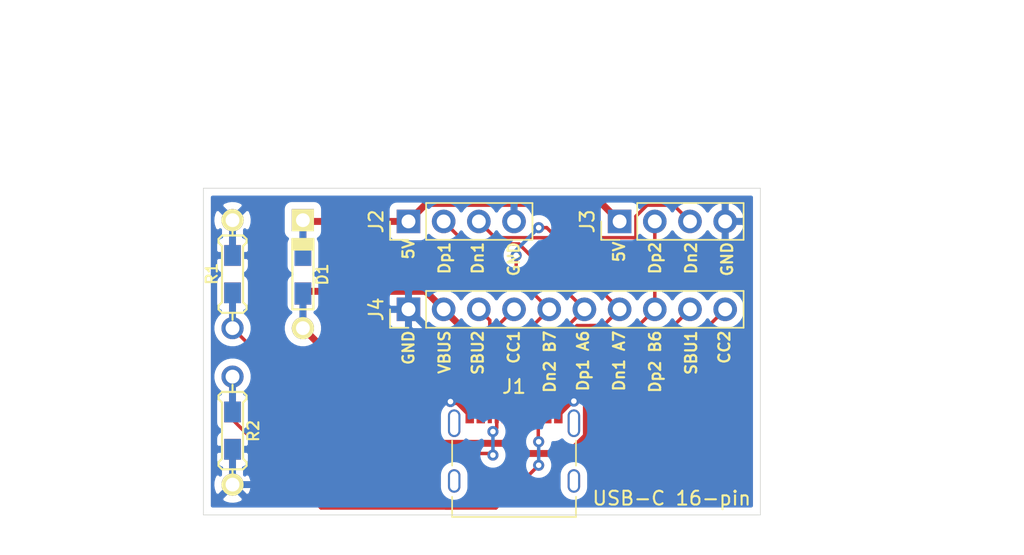
<source format=kicad_pcb>
(kicad_pcb (version 20211014) (generator pcbnew)
  (title_block (title "Connector USB-C 16-pin Soldering Practice Board") (date "2021-12-01"))
  (layers (0 "F.Cu" signal) (31 "B.Cu" signal) (34 "B.Paste" user) (35 "F.Paste" user) (36 "B.SilkS" user "B.Silkscreen") (37 "F.SilkS" user "F.Silkscreen") (38 "B.Mask" user) (39 "F.Mask" user) (44 "Edge.Cuts" user))
  (net 0 "")
  (net 1 "/VBUS")
  (net 2 "/5V")
  (net 3 "GND")
  (net 4 "/CC2")
  (net 5 "/B6")
  (net 6 "/SBU1")
  (net 7 "/CC1")
  (net 8 "/SBU2")
  (net 9 "/A7")
  (net 10 "/A6")
  (net 11 "/B7")
  (net 12 "Net-(J1-PadS1)")
  (footprint "Keebio-Parts:Diode-dual" (layer "F.Cu") (at 43.18 54.61 90)
    (fp_text reference "D1" (at -0.0254 1.4 90) (layer "F.SilkS") (effects (font (size 0.8 0.8))))
    (fp_text value "D" hide)
    (fp_line (start 1.778 0.762) (end 1.778 -0.762) (layer "F.SilkS") (width 0.15))
    (fp_line (start 2.54 -0.762) (end -2.54 -0.762) (layer "F.SilkS") (width 0.15))
    (fp_line (start 2.286 -0.762) (end 2.286 0.762) (layer "F.SilkS") (width 0.15))
    (fp_line (start -2.54 0.762) (end -2.032 0.762) (layer "F.SilkS") (width 0.15))
    (fp_line (start 2.413 0.762) (end 2.413 -0.762) (layer "F.SilkS") (width 0.15))
    (fp_line (start 2.54 0.762) (end 2.54 -0.762) (layer "F.SilkS") (width 0.15))
    (fp_line (start -2.54 -0.762) (end -2.54 0.762) (layer "F.SilkS") (width 0.15))
    (fp_line (start 1.905 0.762) (end 1.905 -0.762) (layer "F.SilkS") (width 0.15))
    (fp_line (start 2.032 -0.762) (end 2.032 0.762) (layer "F.SilkS") (width 0.15))
    (fp_line (start -2.54 0.762) (end 2.54 0.762) (layer "F.SilkS") (width 0.15))
    (fp_line (start 2.159 0.762) (end 2.159 -0.762) (layer "F.SilkS") (width 0.15))
    (pad "1" smd rect locked (at 1.4 0 90) (size 1.6 1.2) (layers "B.Cu" "B.Paste" "B.Mask") (net 2 "/5V"))
    (pad "1" smd rect locked (at 2.5 0 90) (size 2.9 0.5) (layers "B.Cu") (net 2 "/5V"))
    (pad "1" thru_hole rect locked (at 3.9 0 90) (size 1.6 1.6) (drill 1) (layers *.Cu *.Mask "F.SilkS") (net 2 "/5V"))
    (pad "1" smd rect locked (at 2.5 0 90) (size 2.9 0.5) (layers "F.Cu") (net 2 "/5V"))
    (pad "1" smd rect locked (at 1.4 0 90) (size 1.6 1.2) (layers "F.Cu" "F.Paste" "F.Mask") (net 2 "/5V"))
    (pad "2" smd rect locked (at -1.4 0 90) (size 1.6 1.2) (layers "F.Cu" "F.Paste" "F.Mask") (net 1 "/VBUS"))
    (pad "2" thru_hole circle locked (at -3.9 0 90) (size 1.6 1.6) (drill 1) (layers *.Cu *.Mask "F.SilkS") (net 1 "/VBUS"))
    (pad "2" smd rect locked (at -1.4 0 90) (size 1.6 1.2) (layers "B.Cu" "B.Paste" "B.Mask") (net 1 "/VBUS"))
    (pad "2" smd rect locked (at -2.5 0 90) (size 2.9 0.5) (layers "F.Cu") (net 1 "/VBUS"))
    (pad "2" smd rect locked (at -2.5 0 90) (size 2.9 0.5) (layers "B.Cu") (net 1 "/VBUS"))
  )
  (footprint "Connector_PinHeader_2.54mm:PinHeader_1x04_P2.54mm_Vertical" (layer "F.Cu") (at 50.8 50.8 90)
    (fp_text reference "J2" (at 0 -2.33 90) (layer "F.SilkS"))
    (fp_text value "Conn_01x04_Female")
    (fp_line (start -1.33 1.27) (end 1.33 1.27) (layer "F.SilkS") (width 0.12))
    (fp_line (start 1.33 1.27) (end 1.33 8.95) (layer "F.SilkS") (width 0.12))
    (fp_line (start -1.33 8.95) (end 1.33 8.95) (layer "F.SilkS") (width 0.12))
    (fp_line (start -1.33 -1.33) (end 0 -1.33) (layer "F.SilkS") (width 0.12))
    (fp_line (start -1.33 1.27) (end -1.33 8.95) (layer "F.SilkS") (width 0.12))
    (fp_line (start -1.33 0) (end -1.33 -1.33) (layer "F.SilkS") (width 0.12))
    (pad "1" thru_hole rect locked (at 0 0 90) (size 1.7 1.7) (drill 1) (layers *.Cu *.Mask) (net 2 "/5V"))
    (pad "2" thru_hole oval locked (at 0 2.54 90) (size 1.7 1.7) (drill 1) (layers *.Cu *.Mask) (net 10 "/A6"))
    (pad "3" thru_hole oval locked (at 0 5.08 90) (size 1.7 1.7) (drill 1) (layers *.Cu *.Mask) (net 9 "/A7"))
    (pad "4" thru_hole oval locked (at 0 7.62 90) (size 1.7 1.7) (drill 1) (layers *.Cu *.Mask) (net 3 "GND"))
  )
  (footprint "Connector_PinHeader_2.54mm:PinHeader_1x04_P2.54mm_Vertical" (layer "F.Cu") (at 66.04 50.8 90)
    (fp_text reference "J3" (at 0 -2.33 90) (layer "F.SilkS"))
    (fp_text value "Conn_01x04_Female")
    (fp_line (start -1.33 0) (end -1.33 -1.33) (layer "F.SilkS") (width 0.12))
    (fp_line (start -1.33 8.95) (end 1.33 8.95) (layer "F.SilkS") (width 0.12))
    (fp_line (start -1.33 1.27) (end 1.33 1.27) (layer "F.SilkS") (width 0.12))
    (fp_line (start 1.33 1.27) (end 1.33 8.95) (layer "F.SilkS") (width 0.12))
    (fp_line (start -1.33 1.27) (end -1.33 8.95) (layer "F.SilkS") (width 0.12))
    (fp_line (start -1.33 -1.33) (end 0 -1.33) (layer "F.SilkS") (width 0.12))
    (pad "1" thru_hole rect locked (at 0 0 90) (size 1.7 1.7) (drill 1) (layers *.Cu *.Mask) (net 2 "/5V"))
    (pad "2" thru_hole oval locked (at 0 2.54 90) (size 1.7 1.7) (drill 1) (layers *.Cu *.Mask) (net 5 "/B6"))
    (pad "3" thru_hole oval locked (at 0 5.08 90) (size 1.7 1.7) (drill 1) (layers *.Cu *.Mask) (net 11 "/B7"))
    (pad "4" thru_hole oval locked (at 0 7.62 90) (size 1.7 1.7) (drill 1) (layers *.Cu *.Mask) (net 3 "GND"))
  )
  (footprint "Connector_PinHeader_2.54mm:PinHeader_1x10_P2.54mm_Vertical" (layer "F.Cu") (at 50.8 57.15 90)
    (fp_text reference "J4" (at 0 -2.33 90) (layer "F.SilkS"))
    (fp_text value "Conn_01x10_Female")
    (fp_line (start -1.33 -1.33) (end 0 -1.33) (layer "F.SilkS") (width 0.12))
    (fp_line (start -1.33 24.19) (end 1.33 24.19) (layer "F.SilkS") (width 0.12))
    (fp_line (start 1.33 1.27) (end 1.33 24.19) (layer "F.SilkS") (width 0.12))
    (fp_line (start -1.33 0) (end -1.33 -1.33) (layer "F.SilkS") (width 0.12))
    (fp_line (start -1.33 1.27) (end -1.33 24.19) (layer "F.SilkS") (width 0.12))
    (fp_line (start -1.33 1.27) (end 1.33 1.27) (layer "F.SilkS") (width 0.12))
    (pad "1" thru_hole rect locked (at 0 0 90) (size 1.7 1.7) (drill 1) (layers *.Cu *.Mask) (net 3 "GND"))
    (pad "2" thru_hole oval locked (at 0 2.54 90) (size 1.7 1.7) (drill 1) (layers *.Cu *.Mask) (net 1 "/VBUS"))
    (pad "3" thru_hole oval locked (at 0 5.08 90) (size 1.7 1.7) (drill 1) (layers *.Cu *.Mask) (net 8 "/SBU2"))
    (pad "4" thru_hole oval locked (at 0 7.62 90) (size 1.7 1.7) (drill 1) (layers *.Cu *.Mask) (net 7 "/CC1"))
    (pad "5" thru_hole oval locked (at 0 10.16 90) (size 1.7 1.7) (drill 1) (layers *.Cu *.Mask) (net 11 "/B7"))
    (pad "6" thru_hole oval locked (at 0 12.7 90) (size 1.7 1.7) (drill 1) (layers *.Cu *.Mask) (net 10 "/A6"))
    (pad "7" thru_hole oval locked (at 0 15.24 90) (size 1.7 1.7) (drill 1) (layers *.Cu *.Mask) (net 9 "/A7"))
    (pad "8" thru_hole oval locked (at 0 17.78 90) (size 1.7 1.7) (drill 1) (layers *.Cu *.Mask) (net 5 "/B6"))
    (pad "9" thru_hole oval locked (at 0 20.32 90) (size 1.7 1.7) (drill 1) (layers *.Cu *.Mask) (net 6 "/SBU1"))
    (pad "10" thru_hole oval locked (at 0 22.86 90) (size 1.7 1.7) (drill 1) (layers *.Cu *.Mask) (net 4 "/CC2"))
  )
  (footprint "Keebio-Parts:Resistor-Hybrid" (layer "F.Cu") (at 38.1 54.61 -90)
    (fp_text reference "R1" (at -0.0254 1.5 90) (layer "F.SilkS") (effects (font (size 0.8 0.8))))
    (fp_text value "5.1K" hide)
    (fp_line (start -2.032 -0.762) (end 2.032 -0.762) (layer "F.SilkS") (width 0.15))
    (fp_line (start -2.54 -1.016) (end -2.286 -1.016) (layer "F.SilkS") (width 0.15))
    (fp_line (start 2.032 -0.762) (end 2.286 -1.016) (layer "F.SilkS") (width 0.15))
    (fp_line (start 2.286 -1.016) (end 2.54 -1.016) (layer "F.SilkS") (width 0.15))
    (fp_line (start -2.286 -1.016) (end -2.032 -0.762) (layer "F.SilkS") (width 0.15))
    (fp_line (start -3.302 0) (end -2.794 0) (layer "F.SilkS") (width 0.15))
    (fp_line (start -2.286 1.016) (end -2.54 1.016) (layer "F.SilkS") (width 0.15))
    (fp_line (start -2.54 1.016) (end -2.794 0.762) (layer "F.SilkS") (width 0.15))
    (fp_line (start -2.794 -0.762) (end -2.54 -1.016) (layer "F.SilkS") (width 0.15))
    (fp_line (start 2.794 -0.762) (end 2.794 0.762) (layer "F.SilkS") (width 0.15))
    (fp_line (start -2.032 0.762) (end -2.286 1.016) (layer "F.SilkS") (width 0.15))
    (fp_line (start 2.032 0.762) (end -2.032 0.762) (layer "F.SilkS") (width 0.15))
    (fp_line (start 2.794 0.762) (end 2.54 1.016) (layer "F.SilkS") (width 0.15))
    (fp_line (start -2.794 0.762) (end -2.794 -0.762) (layer "F.SilkS") (width 0.15))
    (fp_line (start 2.54 1.016) (end 2.286 1.016) (layer "F.SilkS") (width 0.15))
    (fp_line (start 2.794 0) (end 3.302 0) (layer "F.SilkS") (width 0.15))
    (fp_line (start 2.54 -1.016) (end 2.794 -0.762) (layer "F.SilkS") (width 0.15))
    (fp_line (start 2.286 1.016) (end 2.032 0.762) (layer "F.SilkS") (width 0.15))
    (pad "1" smd rect locked (at 1.35 0 270) (size 1.5 1.2) (layers "B.Cu" "B.Paste" "B.Mask") (net 7 "/CC1"))
    (pad "1" smd rect locked (at 2.5 0 270) (size 2.9 0.5) (layers "B.Cu") (net 7 "/CC1"))
    (pad "1" smd rect locked (at 1.35 0 270) (size 1.5 1.2) (layers "F.Cu" "F.Paste" "F.Mask") (net 7 "/CC1"))
    (pad "1" thru_hole circle locked (at 3.9 0 270) (size 1.6 1.6) (drill 1) (layers *.Cu *.Mask) (net 7 "/CC1"))
    (pad "1" smd rect locked (at 2.5 0 270) (size 2.9 0.5) (layers "F.Cu") (net 7 "/CC1"))
    (pad "2" thru_hole circle locked (at -3.9 0 270) (size 1.6 1.6) (drill 1) (layers *.Cu *.Mask "F.SilkS") (net 3 "GND"))
    (pad "2" smd rect locked (at -2.5 0 270) (size 2.9 0.5) (layers "B.Cu") (net 3 "GND"))
    (pad "2" smd rect locked (at -2.5 0 270) (size 2.9 0.5) (layers "F.Cu") (net 3 "GND"))
    (pad "2" smd rect locked (at -1.35 0 270) (size 1.5 1.2) (layers "B.Cu" "B.Paste" "B.Mask") (net 3 "GND"))
    (pad "2" smd rect locked (at -1.35 0 270) (size 1.5 1.2) (layers "F.Cu" "F.Paste" "F.Mask") (net 3 "GND"))
  )
  (footprint "Keebio-Parts:Resistor-Hybrid" (layer "F.Cu") (at 38.1 65.913 90)
    (fp_text reference "R2" (at -0.0254 1.5 90) (layer "F.SilkS") (effects (font (size 0.8 0.8))))
    (fp_text value "5.1K" hide)
    (fp_line (start -2.032 0.762) (end -2.286 1.016) (layer "F.SilkS") (width 0.15))
    (fp_line (start -2.54 1.016) (end -2.794 0.762) (layer "F.SilkS") (width 0.15))
    (fp_line (start -2.794 -0.762) (end -2.54 -1.016) (layer "F.SilkS") (width 0.15))
    (fp_line (start -2.286 1.016) (end -2.54 1.016) (layer "F.SilkS") (width 0.15))
    (fp_line (start 2.032 0.762) (end -2.032 0.762) (layer "F.SilkS") (width 0.15))
    (fp_line (start 2.794 0) (end 3.302 0) (layer "F.SilkS") (width 0.15))
    (fp_line (start -2.032 -0.762) (end 2.032 -0.762) (layer "F.SilkS") (width 0.15))
    (fp_line (start -2.54 -1.016) (end -2.286 -1.016) (layer "F.SilkS") (width 0.15))
    (fp_line (start 2.794 0.762) (end 2.54 1.016) (layer "F.SilkS") (width 0.15))
    (fp_line (start -3.302 0) (end -2.794 0) (layer "F.SilkS") (width 0.15))
    (fp_line (start 2.032 -0.762) (end 2.286 -1.016) (layer "F.SilkS") (width 0.15))
    (fp_line (start 2.54 -1.016) (end 2.794 -0.762) (layer "F.SilkS") (width 0.15))
    (fp_line (start 2.286 1.016) (end 2.032 0.762) (layer "F.SilkS") (width 0.15))
    (fp_line (start -2.794 0.762) (end -2.794 -0.762) (layer "F.SilkS") (width 0.15))
    (fp_line (start 2.286 -1.016) (end 2.54 -1.016) (layer "F.SilkS") (width 0.15))
    (fp_line (start 2.54 1.016) (end 2.286 1.016) (layer "F.SilkS") (width 0.15))
    (fp_line (start -2.286 -1.016) (end -2.032 -0.762) (layer "F.SilkS") (width 0.15))
    (fp_line (start 2.794 -0.762) (end 2.794 0.762) (layer "F.SilkS") (width 0.15))
    (pad "1" thru_hole circle locked (at 3.9 0 90) (size 1.6 1.6) (drill 1) (layers *.Cu *.Mask) (net 4 "/CC2"))
    (pad "1" smd rect locked (at 1.35 0 90) (size 1.5 1.2) (layers "B.Cu" "B.Paste" "B.Mask") (net 4 "/CC2"))
    (pad "1" smd rect locked (at 1.35 0 90) (size 1.5 1.2) (layers "F.Cu" "F.Paste" "F.Mask") (net 4 "/CC2"))
    (pad "1" smd rect locked (at 2.5 0 90) (size 2.9 0.5) (layers "B.Cu") (net 4 "/CC2"))
    (pad "1" smd rect locked (at 2.5 0 90) (size 2.9 0.5) (layers "F.Cu") (net 4 "/CC2"))
    (pad "2" smd rect locked (at -1.35 0 90) (size 1.5 1.2) (layers "F.Cu" "F.Paste" "F.Mask") (net 3 "GND"))
    (pad "2" thru_hole circle locked (at -3.9 0 90) (size 1.6 1.6) (drill 1) (layers *.Cu *.Mask "F.SilkS") (net 3 "GND"))
    (pad "2" smd rect locked (at -2.5 0 90) (size 2.9 0.5) (layers "B.Cu") (net 3 "GND"))
    (pad "2" smd rect locked (at -2.5 0 90) (size 2.9 0.5) (layers "F.Cu") (net 3 "GND"))
    (pad "2" smd rect locked (at -1.35 0 90) (size 1.5 1.2) (layers "B.Cu" "B.Paste" "B.Mask") (net 3 "GND"))
  )
  (footprint "Connector_USB:USB_C_Receptacle_Palconn_UTC16-G" (layer "F.Cu") (at 58.42 67.31)
    (fp_text reference "J1" (at 0 -4.58) (layer "F.SilkS"))
    (fp_text value "USB_C_Receptacle_USB2.0")
    (fp_line (start -4.47 -0.67) (end -4.47 1.13) (layer "F.SilkS") (width 0.12))
    (fp_line (start 4.47 4.84) (end -4.47 4.84) (layer "F.SilkS") (width 0.12))
    (fp_line (start 4.47 4.84) (end 4.47 3.38) (layer "F.SilkS") (width 0.12))
    (fp_line (start 4.47 -0.67) (end 4.47 1.13) (layer "F.SilkS") (width 0.12))
    (fp_line (start -4.47 4.84) (end -4.47 3.38) (layer "F.SilkS") (width 0.12))
    (pad "" np_thru_hole circle locked (at 2.89 -1.45 180) (size 0.6 0.6) (drill 0.6) (layers *.Cu *.Mask))
    (pad "" np_thru_hole circle locked (at -2.89 -1.45 180) (size 0.6 0.6) (drill 0.6) (layers *.Cu *.Mask))
    (pad "A1" smd rect locked (at -3.2 -2.51) (size 0.6 1.16) (layers "F.Cu" "F.Paste" "F.Mask") (net 3 "GND"))
    (pad "A4" smd rect locked (at -2.4 -2.51) (size 0.6 1.16) (layers "F.Cu" "F.Paste" "F.Mask") (net 1 "/VBUS"))
    (pad "A5" smd rect locked (at -1.25 -2.51 180) (size 0.3 1.16) (layers "F.Cu" "F.Paste" "F.Mask") (net 7 "/CC1"))
    (pad "A6" smd rect locked (at -0.25 -2.51 180) (size 0.3 1.16) (layers "F.Cu" "F.Paste" "F.Mask") (net 10 "/A6"))
    (pad "A7" smd rect locked (at 0.25 -2.51 180) (size 0.3 1.16) (layers "F.Cu" "F.Paste" "F.Mask") (net 9 "/A7"))
    (pad "A8" smd rect locked (at 1.25 -2.51 180) (size 0.3 1.16) (layers "F.Cu" "F.Paste" "F.Mask") (net 6 "/SBU1"))
    (pad "A9" smd rect locked (at 2.4 -2.51) (size 0.6 1.16) (layers "F.Cu" "F.Paste" "F.Mask") (net 1 "/VBUS"))
    (pad "A12" smd rect locked (at 3.2 -2.51) (size 0.6 1.16) (layers "F.Cu" "F.Paste" "F.Mask") (net 3 "GND"))
    (pad "B1" smd rect locked (at 3.2 -2.51) (size 0.6 1.16) (layers "F.Cu" "F.Paste" "F.Mask") (net 3 "GND"))
    (pad "B4" smd rect locked (at 2.4 -2.51) (size 0.6 1.16) (layers "F.Cu" "F.Paste" "F.Mask") (net 1 "/VBUS"))
    (pad "B5" smd rect locked (at 1.75 -2.51 180) (size 0.3 1.16) (layers "F.Cu" "F.Paste" "F.Mask") (net 4 "/CC2"))
    (pad "B6" smd rect locked (at 0.75 -2.51 180) (size 0.3 1.16) (layers "F.Cu" "F.Paste" "F.Mask") (net 5 "/B6"))
    (pad "B7" smd rect locked (at -0.75 -2.51 180) (size 0.3 1.16) (layers "F.Cu" "F.Paste" "F.Mask") (net 11 "/B7"))
    (pad "B8" smd rect locked (at -1.75 -2.51 180) (size 0.3 1.16) (layers "F.Cu" "F.Paste" "F.Mask") (net 8 "/SBU2"))
    (pad "B9" smd rect locked (at -2.4 -2.51) (size 0.6 1.16) (layers "F.Cu" "F.Paste" "F.Mask") (net 1 "/VBUS"))
    (pad "B12" smd rect locked (at -3.2 -2.51) (size 0.6 1.16) (layers "F.Cu" "F.Paste" "F.Mask") (net 3 "GND"))
    (pad "S1" thru_hole oval locked (at 4.32 -1.93 90) (size 2 0.9) (drill oval 1.7 0.6) (layers *.Cu *.Mask) (net 12 "Net-(J1-PadS1)"))
    (pad "S1" thru_hole oval locked (at 4.32 2.24 90) (size 1.7 0.9) (drill oval 1.4 0.6) (layers *.Cu *.Mask) (net 12 "Net-(J1-PadS1)"))
    (pad "S1" thru_hole oval locked (at -4.32 -1.93 90) (size 2 0.9) (drill oval 1.7 0.6) (layers *.Cu *.Mask) (net 12 "Net-(J1-PadS1)"))
    (pad "S1" thru_hole oval locked (at -4.32 2.24 90) (size 1.7 0.9) (drill oval 1.4 0.6) (layers *.Cu *.Mask) (net 12 "Net-(J1-PadS1)"))
  )
  (gr_line (start 76.2 72) (end 76.2 48.4) (layer "Edge.Cuts") (width 0.05))
  (gr_line (start 36 72) (end 76.2 72) (layer "Edge.Cuts") (width 0.05))
  (gr_line (start 36 48.4) (end 36 72) (layer "Edge.Cuts") (width 0.05))
  (gr_line (start 76.2 48.4) (end 36 48.4) (layer "Edge.Cuts") (width 0.05))
  (gr_text "5V" (at 66 53 90) (layer "F.SilkS") (effects (font (size 0.8 0.8) (thickness 0.16))))
  (gr_text "VBUS" (at 53.4 58.6 90) (layer "F.SilkS") (effects (font (size 0.8 0.8) (thickness 0.16)) (justify right)))
  (gr_text "SBU2" (at 55.8 58.6 90) (layer "F.SilkS") (effects (font (size 0.8 0.8) (thickness 0.16)) (justify right)))
  (gr_text "CC1" (at 58.4 58.6 90) (layer "F.SilkS") (effects (font (size 0.8 0.8) (thickness 0.16)) (justify right)))
  (gr_text "Dp1 A6" (at 63.4 58.6 90) (layer "F.SilkS") (effects (font (size 0.8 0.8) (thickness 0.16)) (justify right)))
  (gr_text "Dn1 A7" (at 66 58.6 90) (layer "F.SilkS") (effects (font (size 0.8 0.8) (thickness 0.16)) (justify right)))
  (gr_text "Dn2 B7" (at 61 58.6 90) (layer "F.SilkS") (effects (font (size 0.8 0.8) (thickness 0.16)) (justify right)))
  (gr_text "Dp2 B6" (at 68.6 58.6 90) (layer "F.SilkS") (effects (font (size 0.8 0.8) (thickness 0.16)) (justify right)))
  (gr_text "SBU1" (at 71.2 58.6 90) (layer "F.SilkS") (effects (font (size 0.8 0.8) (thickness 0.16)) (justify right)))
  (gr_text "CC2" (at 73.6 58.6 90) (layer "F.SilkS") (effects (font (size 0.8 0.8) (thickness 0.16)) (justify right)))
  (gr_text "GND" (at 50.8 58.6 90) (layer "F.SilkS") (effects (font (size 0.8 0.8) (thickness 0.16)) (justify right)))
  (gr_text "GND" (at 58.4 52.2 90) (layer "F.SilkS") (effects (font (size 0.8 0.8) (thickness 0.16)) (justify right)))
  (gr_text "GND" (at 73.8 52.2 90) (layer "F.SilkS") (effects (font (size 0.8 0.8) (thickness 0.16)) (justify right)))
  (gr_text "Dp1" (at 53.4 52.2 90) (layer "F.SilkS") (effects (font (size 0.8 0.8) (thickness 0.16)) (justify right)))
  (gr_text "Dp2" (at 68.6 52.2 90) (layer "F.SilkS") (effects (font (size 0.8 0.8) (thickness 0.16)) (justify right)))
  (gr_text "Dn1" (at 55.8 52.2 90) (layer "F.SilkS") (effects (font (size 0.8 0.8) (thickness 0.16)) (justify right)))
  (gr_text "Dn2" (at 71.2 52.2 90) (layer "F.SilkS") (effects (font (size 0.8 0.8) (thickness 0.16)) (justify right)))
  (gr_text "USB-C 16-pin" (at 69.8 70.8) (layer "F.SilkS") (effects (font (size 1 1))))
  (gr_text "5V" (at 50.8 52.8 90) (layer "F.SilkS") (effects (font (size 0.8 0.8) (thickness 0.16))))
  (segment (start 58.42 67.564) (end 57.68601 66.83001) (width 0.5) (layer "F.Cu") (net 1))
  (segment (start 57.68601 66.83001) (end 51.50001 66.83001) (width 0.5) (layer "F.Cu") (net 1))
  (segment (start 61.609999 62.930001) (end 63.438001 62.930001) (width 0.5) (layer "F.Cu") (net 1))
  (segment (start 62.378806 67.564) (end 58.42 67.564) (width 0.5) (layer "F.Cu") (net 1))
  (segment (start 56.02 59.83) (end 53.34 57.15) (width 0.5) (layer "F.Cu") (net 1))
  (segment (start 53.34 57.15) (end 52.039999 55.849999) (width 0.5) (layer "F.Cu") (net 1))
  (segment (start 60.82 63.72) (end 61.609999 62.930001) (width 0.5) (layer "F.Cu") (net 1))
  (segment (start 43.340001 55.849999) (end 43.18 56.01) (width 0.5) (layer "F.Cu") (net 1))
  (segment (start 63.64001 66.302796) (end 62.378806 67.564) (width 0.5) (layer "F.Cu") (net 1))
  (segment (start 51.50001 66.83001) (end 43.18 58.51) (width 0.5) (layer "F.Cu") (net 1))
  (segment (start 56.02 64.8) (end 56.02 59.83) (width 0.5) (layer "F.Cu") (net 1))
  (segment (start 52.039999 55.849999) (end 43.340001 55.849999) (width 0.5) (layer "F.Cu") (net 1))
  (segment (start 60.82 64.8) (end 60.82 63.72) (width 0.5) (layer "F.Cu") (net 1))
  (segment (start 63.438001 62.930001) (end 63.64001 63.13201) (width 0.5) (layer "F.Cu") (net 1))
  (segment (start 63.64001 63.13201) (end 63.64001 66.302796) (width 0.5) (layer "F.Cu") (net 1))
  (segment (start 43.27 50.8) (end 43.18 50.71) (width 0.5) (layer "F.Cu") (net 2))
  (segment (start 50.8 50.8) (end 52.100001 49.499999) (width 0.5) (layer "F.Cu") (net 2))
  (segment (start 52.100001 49.499999) (end 64.739999 49.499999) (width 0.5) (layer "F.Cu") (net 2))
  (segment (start 50.8 50.8) (end 43.27 50.8) (width 0.5) (layer "F.Cu") (net 2))
  (segment (start 64.739999 49.499999) (end 66.04 50.8) (width 0.5) (layer "F.Cu") (net 2))
  (segment (start 61.62 64.8) (end 61.62 64.677194) (width 0.5) (layer "F.Cu") (net 3))
  (segment (start 55.22 64.677194) (end 54.357975 63.815169) (width 0.5) (layer "F.Cu") (net 3))
  (segment (start 62.517192 63.780002) (end 62.737788 63.780002) (width 0.5) (layer "F.Cu") (net 3))
  (segment (start 61.62 64.677194) (end 62.517192 63.780002) (width 0.5) (layer "F.Cu") (net 3))
  (segment (start 55.22 64.8) (end 55.22 64.677194) (width 0.5) (layer "F.Cu") (net 3))
  (segment (start 54.357975 63.815169) (end 53.830519 63.815169) (width 0.5) (layer "F.Cu") (net 3))
  (via (at 53.830519 63.815169) (size 0.8) (drill 0.4) (layers "F.Cu" "B.Cu") (net 3))
  (via (at 62.737788 63.780002) (size 0.8) (drill 0.4) (layers "F.Cu" "B.Cu") (net 3))
  (segment (start 53.830519 63.815169) (end 53.830519 60.180519) (width 0.5) (layer "B.Cu") (net 3))
  (segment (start 53.830519 60.180519) (end 50.8 57.15) (width 0.5) (layer "B.Cu") (net 3))
  (segment (start 41.111 69.813) (end 47.108831 63.815169) (width 0.5) (layer "B.Cu") (net 3))
  (segment (start 38.1 69.813) (end 41.111 69.813) (width 0.5) (layer "B.Cu") (net 3))
  (segment (start 38.1 50.71) (end 39.28 49.53) (width 0.5) (layer "B.Cu") (net 3))
  (segment (start 50.8 57.15) (end 48.514 57.15) (width 0.5) (layer "B.Cu") (net 3))
  (segment (start 47.108831 63.815169) (end 53.830519 63.815169) (width 0.5) (layer "B.Cu") (net 3))
  (segment (start 60.198 68.414) (end 57.702 70.91) (width 0.25) (layer "F.Cu") (net 4))
  (segment (start 68.58 62.23) (end 73.66 57.15) (width 0.25) (layer "F.Cu") (net 4))
  (segment (start 60.17 64.8) (end 60.17 63.556814) (width 0.25) (layer "F.Cu") (net 4))
  (segment (start 57.702 70.91) (end 57.277 71.335) (width 0.25) (layer "F.Cu") (net 4))
  (segment (start 53.467 71.501) (end 53.975 71.501) (width 0.25) (layer "F.Cu") (net 4))
  (segment (start 61.496814 62.23) (end 61.976 62.23) (width 0.25) (layer "F.Cu") (net 4))
  (segment (start 60.17 63.556814) (end 61.496814 62.23) (width 0.25) (layer "F.Cu") (net 4))
  (segment (start 38.1 63.413) (end 38.1 65.113) (width 0.25) (layer "F.Cu") (net 4))
  (segment (start 60.17 66.686) (end 60.198 66.714) (width 0.25) (layer "F.Cu") (net 4))
  (segment (start 53.975 71.501) (end 57.111 71.501) (width 0.25) (layer "F.Cu") (net 4))
  (segment (start 57.111 71.501) (end 57.702 70.91) (width 0.25) (layer "F.Cu") (net 4))
  (segment (start 38.1 65.113) (end 44.488 71.501) (width 0.25) (layer "F.Cu") (net 4))
  (segment (start 61.924998 62.23) (end 61.976 62.23) (width 0.25) (layer "F.Cu") (net 4))
  (segment (start 60.17 64.8) (end 60.17 66.686) (width 0.25) (layer "F.Cu") (net 4))
  (segment (start 61.976 62.23) (end 68.58 62.23) (width 0.25) (layer "F.Cu") (net 4))
  (segment (start 44.488 71.501) (end 53.975 71.501) (width 0.25) (layer "F.Cu") (net 4))
  (via (at 60.198 66.714) (size 0.8) (drill 0.4) (layers "F.Cu" "B.Cu") (net 4))
  (via (at 60.198 68.414) (size 0.8) (drill 0.4) (layers "F.Cu" "B.Cu") (net 4))
  (segment (start 60.198 66.714) (end 60.198 68.414) (width 0.25) (layer "B.Cu") (net 4))
  (segment (start 59.17 64.8) (end 59.17 63.283994) (width 0.25) (layer "F.Cu") (net 5))
  (segment (start 68.58 50.8) (end 68.58 57.15) (width 0.25) (layer "F.Cu") (net 5))
  (segment (start 62.811178 60.071) (end 63.119 60.071) (width 0.25) (layer "F.Cu") (net 5))
  (segment (start 62.382994 60.071) (end 63.119 60.071) (width 0.25) (layer "F.Cu") (net 5))
  (segment (start 59.17 63.283994) (end 62.382994 60.071) (width 0.25) (layer "F.Cu") (net 5))
  (segment (start 63.119 60.071) (end 65.659 60.071) (width 0.25) (layer "F.Cu") (net 5))
  (segment (start 65.659 60.071) (end 68.58 57.15) (width 0.25) (layer "F.Cu") (net 5))
  (segment (start 67.31 60.96) (end 63.246 60.96) (width 0.25) (layer "F.Cu") (net 6))
  (segment (start 59.67 63.420404) (end 62.130404 60.96) (width 0.25) (layer "F.Cu") (net 6))
  (segment (start 59.67 64.8) (end 59.67 63.420404) (width 0.25) (layer "F.Cu") (net 6))
  (segment (start 62.130404 60.96) (end 63.246 60.96) (width 0.25) (layer "F.Cu") (net 6))
  (segment (start 71.12 57.15) (end 67.31 60.96) (width 0.25) (layer "F.Cu") (net 6))
  (segment (start 63.246 60.96) (end 62.558588 60.96) (width 0.25) (layer "F.Cu") (net 6))
  (segment (start 38.1 58.51) (end 47.154 67.564) (width 0.25) (layer "F.Cu") (net 7))
  (segment (start 55.221002 67.564) (end 56.77999 67.564) (width 0.25) (layer "F.Cu") (net 7))
  (segment (start 56.896 65.98001) (end 57.17 65.70601) (width 0.25) (layer "F.Cu") (net 7))
  (segment (start 47.154 67.564) (end 55.221002 67.564) (width 0.25) (layer "F.Cu") (net 7))
  (segment (start 57.17 65.70601) (end 57.17 64.8) (width 0.25) (layer "F.Cu") (net 7))
  (segment (start 57.17 58.4) (end 58.42 57.15) (width 0.25) (layer "F.Cu") (net 7))
  (segment (start 57.17 64.8) (end 57.17 58.4) (width 0.25) (layer "F.Cu") (net 7))
  (segment (start 56.77999 67.564) (end 56.896 67.68001) (width 0.25) (layer "F.Cu") (net 7))
  (via (at 56.896 65.98001) (size 0.8) (drill 0.4) (layers "F.Cu" "B.Cu") (net 7))
  (via (at 56.896 67.68001) (size 0.8) (drill 0.4) (layers "F.Cu" "B.Cu") (net 7))
  (segment (start 56.896 67.68001) (end 56.896 65.98001) (width 0.25) (layer "B.Cu") (net 7))
  (segment (start 56.67 57.94) (end 55.88 57.15) (width 0.25) (layer "F.Cu") (net 8))
  (segment (start 56.67 64.8) (end 56.67 57.94) (width 0.25) (layer "F.Cu") (net 8))
  (segment (start 58.67 62.61641) (end 62.961409 58.325001) (width 0.25) (layer "F.Cu") (net 9))
  (segment (start 62.961409 58.325001) (end 64.356999 58.325001) (width 0.25) (layer "F.Cu") (net 9))
  (segment (start 57.055001 51.975001) (end 60.865001 51.975001) (width 0.25) (layer "F.Cu") (net 9))
  (segment (start 60.865001 51.975001) (end 66.04 57.15) (width 0.25) (layer "F.Cu") (net 9))
  (segment (start 64.864999 58.325001) (end 66.04 57.15) (width 0.25) (layer "F.Cu") (net 9))
  (segment (start 55.88 50.8) (end 57.055001 51.975001) (width 0.25) (layer "F.Cu") (net 9))
  (segment (start 63.920767 58.325001) (end 64.356999 58.325001) (width 0.25) (layer "F.Cu") (net 9))
  (segment (start 58.67 64.8) (end 58.67 62.61641) (width 0.25) (layer "F.Cu") (net 9))
  (segment (start 64.356999 58.325001) (end 64.864999 58.325001) (width 0.25) (layer "F.Cu") (net 9))
  (segment (start 54.965011 52.425011) (end 58.775011 52.425011) (width 0.25) (layer "F.Cu") (net 10))
  (segment (start 58.17 64.8) (end 58.17 62.48) (width 0.25) (layer "F.Cu") (net 10))
  (segment (start 53.34 50.8) (end 54.965011 52.425011) (width 0.25) (layer "F.Cu") (net 10))
  (segment (start 58.17 62.48) (end 63.5 57.15) (width 0.25) (layer "F.Cu") (net 10))
  (segment (start 58.775011 52.425011) (end 63.5 57.15) (width 0.25) (layer "F.Cu") (net 10))
  (segment (start 57.67 64.8) (end 57.67 60.44) (width 0.25) (layer "F.Cu") (net 11))
  (segment (start 58.574353 53.249658) (end 58.574353 54.764353) (width 0.25) (layer "F.Cu") (net 11))
  (segment (start 60.776411 51.250001) (end 60.198 51.250001) (width 0.25) (layer "F.Cu") (net 11))
  (segment (start 58.574353 54.764353) (end 60.96 57.15) (width 0.25) (layer "F.Cu") (net 11))
  (segment (start 68.015999 49.624999) (end 67.215001 50.425997) (width 0.25) (layer "F.Cu") (net 11))
  (segment (start 67.215001 50.425997) (end 67.215001 51.910001) (width 0.25) (layer "F.Cu") (net 11))
  (segment (start 67.215001 51.910001) (end 67.150001 51.975001) (width 0.25) (layer "F.Cu") (net 11))
  (segment (start 57.67 60.44) (end 60.96 57.15) (width 0.25) (layer "F.Cu") (net 11))
  (segment (start 61.501411 51.975001) (end 60.776411 51.250001) (width 0.25) (layer "F.Cu") (net 11))
  (segment (start 69.944999 49.624999) (end 68.015999 49.624999) (width 0.25) (layer "F.Cu") (net 11))
  (segment (start 67.150001 51.975001) (end 61.501411 51.975001) (width 0.25) (layer "F.Cu") (net 11))
  (segment (start 71.12 50.8) (end 69.944999 49.624999) (width 0.25) (layer "F.Cu") (net 11))
  (via (at 60.198 51.250001) (size 0.8) (drill 0.4) (layers "F.Cu" "B.Cu") (net 11))
  (via (at 58.574353 53.249658) (size 0.8) (drill 0.4) (layers "F.Cu" "B.Cu") (net 11))
  (segment (start 58.574353 52.873648) (end 58.574353 53.249658) (width 0.25) (layer "B.Cu") (net 11))
  (segment (start 60.198 51.250001) (end 58.574353 52.873648) (width 0.25) (layer "B.Cu") (net 11))
  (zone (net 3) (net_name "GND") (layer "B.Cu") (connect_pads (clearance 0.508)) (min_thickness 0.254) (fill yes (thermal_gap 0.508) (thermal_bridge_width 0.508))
    (polygon (pts (xy 95.25 74.93) (xy 34.29 74.93) (xy 34.29 46.99) (xy 95.25 46.99)))
  )
)
</source>
